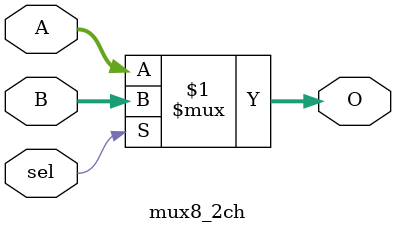
<source format=v>
module mux8_2ch (
  input wire sel,        // Señal de selección
  input wire [7:0] A,    // Entrada de datos A
  input wire [7:0] B,    // Entrada de datos B
  output wire [7:0] O    // Salida de datos A o B
);

  // Lógica de salida
  assign O = sel ? B : A;

endmodule

</source>
